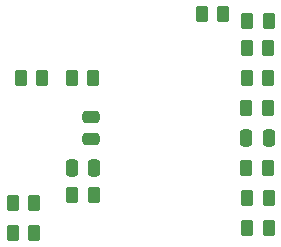
<source format=gtp>
G04 #@! TF.GenerationSoftware,KiCad,Pcbnew,7.0.6-0*
G04 #@! TF.CreationDate,2023-08-18T21:45:25+02:00*
G04 #@! TF.ProjectId,shmoergh-funk-live-voice,73686d6f-6572-4676-982d-66756e6b2d6c,rev?*
G04 #@! TF.SameCoordinates,Original*
G04 #@! TF.FileFunction,Paste,Top*
G04 #@! TF.FilePolarity,Positive*
%FSLAX46Y46*%
G04 Gerber Fmt 4.6, Leading zero omitted, Abs format (unit mm)*
G04 Created by KiCad (PCBNEW 7.0.6-0) date 2023-08-18 21:45:25*
%MOMM*%
%LPD*%
G01*
G04 APERTURE LIST*
G04 Aperture macros list*
%AMRoundRect*
0 Rectangle with rounded corners*
0 $1 Rounding radius*
0 $2 $3 $4 $5 $6 $7 $8 $9 X,Y pos of 4 corners*
0 Add a 4 corners polygon primitive as box body*
4,1,4,$2,$3,$4,$5,$6,$7,$8,$9,$2,$3,0*
0 Add four circle primitives for the rounded corners*
1,1,$1+$1,$2,$3*
1,1,$1+$1,$4,$5*
1,1,$1+$1,$6,$7*
1,1,$1+$1,$8,$9*
0 Add four rect primitives between the rounded corners*
20,1,$1+$1,$2,$3,$4,$5,0*
20,1,$1+$1,$4,$5,$6,$7,0*
20,1,$1+$1,$6,$7,$8,$9,0*
20,1,$1+$1,$8,$9,$2,$3,0*%
G04 Aperture macros list end*
%ADD10RoundRect,0.250000X-0.262500X-0.450000X0.262500X-0.450000X0.262500X0.450000X-0.262500X0.450000X0*%
%ADD11RoundRect,0.250000X0.262500X0.450000X-0.262500X0.450000X-0.262500X-0.450000X0.262500X-0.450000X0*%
%ADD12RoundRect,0.250000X0.250000X0.475000X-0.250000X0.475000X-0.250000X-0.475000X0.250000X-0.475000X0*%
%ADD13RoundRect,0.250000X0.475000X-0.250000X0.475000X0.250000X-0.475000X0.250000X-0.475000X-0.250000X0*%
G04 APERTURE END LIST*
D10*
X151083000Y-94046000D03*
X152908000Y-94046000D03*
D11*
X152955000Y-101666000D03*
X151130000Y-101666000D03*
X152955000Y-86680000D03*
X151130000Y-86680000D03*
D12*
X152969000Y-96586000D03*
X151069000Y-96586000D03*
D11*
X152931500Y-88966000D03*
X151106500Y-88966000D03*
D12*
X138176000Y-99126000D03*
X136276000Y-99126000D03*
D11*
X138096000Y-91506000D03*
X136271000Y-91506000D03*
X138176000Y-101412000D03*
X136351000Y-101412000D03*
X133778000Y-91506000D03*
X131953000Y-91506000D03*
D10*
X131294500Y-104587000D03*
X133119500Y-104587000D03*
X147296500Y-86045000D03*
X149121500Y-86045000D03*
X151083000Y-99126000D03*
X152908000Y-99126000D03*
X131294500Y-102047000D03*
X133119500Y-102047000D03*
D13*
X137922000Y-96647000D03*
X137922000Y-94747000D03*
D11*
X152931500Y-91506000D03*
X151106500Y-91506000D03*
X151130000Y-104206000D03*
X152955000Y-104206000D03*
M02*

</source>
